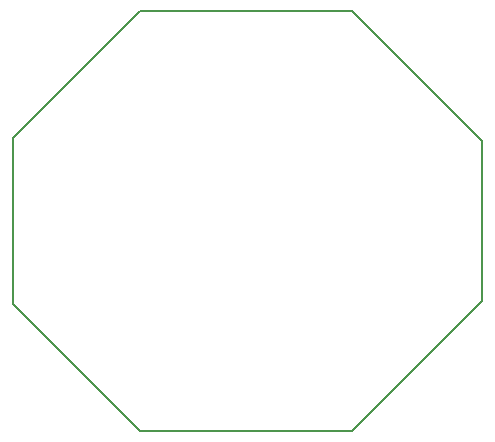
<source format=gbr>
G04 #@! TF.FileFunction,Profile,NP*
%FSLAX46Y46*%
G04 Gerber Fmt 4.6, Leading zero omitted, Abs format (unit mm)*
G04 Created by KiCad (PCBNEW 4.0.4-stable) date 12/10/16 19:05:05*
%MOMM*%
%LPD*%
G01*
G04 APERTURE LIST*
%ADD10C,0.100000*%
%ADD11C,0.150000*%
G04 APERTURE END LIST*
D10*
D11*
X259250000Y-122750000D02*
X241250000Y-122750000D01*
X230500000Y-147500000D02*
X230500000Y-133500000D01*
X259250000Y-158250000D02*
X241250000Y-158250000D01*
X270250000Y-133750000D02*
X270250000Y-147250000D01*
X259250000Y-122750000D02*
X270250000Y-133750000D01*
X241250000Y-122750000D02*
X230500000Y-133500000D01*
X241250000Y-158250000D02*
X230500000Y-147500000D01*
X259250000Y-158250000D02*
X270250000Y-147250000D01*
M02*

</source>
